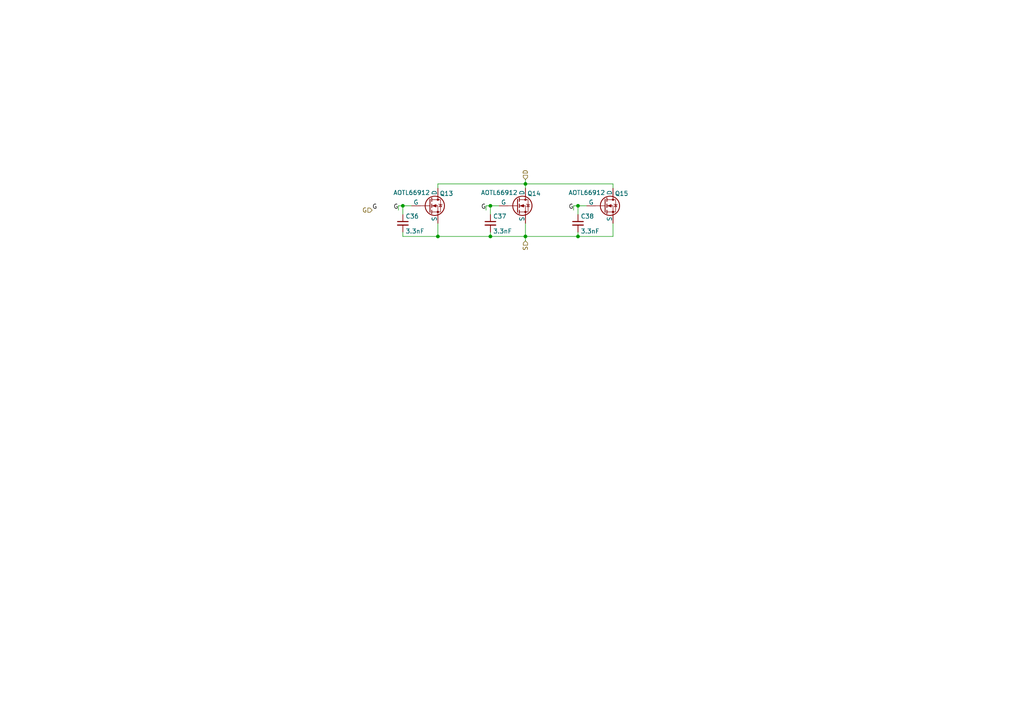
<source format=kicad_sch>
(kicad_sch (version 20231120) (generator "eeschema") (generator_version "8.0")
  (paper "A4")
  (lib_symbols
    (symbol "Device:C_Small" (pin_numbers hide) (pin_names (offset 0.254) hide)
      (property "Reference" "C" (at 0.254 1.778 0))
      (property "Value" "C_Small" (at 0.254 -2.032 0))
      (symbol "C_Small_0_1"
        (polyline (pts (xy -1.524 -0.508) (xy 1.524 -0.508)) (stroke (width 0.3302)))
        (polyline (pts (xy -1.524 0.508) (xy 1.524 0.508)) (stroke (width 0.3048)))
      )
      (symbol "C_Small_1_1"
        (pin passive line (at 0 2.54 270) (length 2.032) (name "~") (number "1"))
        (pin passive line (at 0 -2.54 90) (length 2.032) (name "~") (number "2"))
      )
    )
    (symbol "Marijn:AOTL66912" (pin_numbers hide) (pin_names (offset 0))
      (property "Reference" "Q" (at 5.08 1.27 0))
      (property "Value" "AOTL66912" (at 5.08 -1.27 0))
      (symbol "AOTL66912_0_1"
        (polyline (pts (xy 0.254 0) (xy -2.54 0)))
        (polyline (pts (xy 0.254 1.905) (xy 0.254 -1.905)) (stroke (width 0.254)))
        (polyline (pts (xy 0.762 -1.27) (xy 0.762 -2.286)) (stroke (width 0.254)))
        (polyline (pts (xy 0.762 0.508) (xy 0.762 -0.508)) (stroke (width 0.254)))
        (polyline (pts (xy 0.762 2.286) (xy 0.762 1.27)) (stroke (width 0.254)))
        (polyline (pts (xy 2.54 2.54) (xy 2.54 1.778)))
        (polyline (pts (xy 2.54 -2.54) (xy 2.54 0) (xy 0.762 0)))
        (polyline (pts (xy 0.762 -1.778) (xy 3.302 -1.778) (xy 3.302 1.778) (xy 0.762 1.778)))
        (polyline (pts (xy 1.016 0) (xy 2.032 0.381) (xy 2.032 -0.381) (xy 1.016 0)) (fill (type outline)))
        (polyline (pts (xy 2.794 0.508) (xy 2.921 0.381) (xy 3.683 0.381) (xy 3.81 0.254)))
        (polyline (pts (xy 3.302 0.381) (xy 2.921 -0.254) (xy 3.683 -0.254) (xy 3.302 0.381)))
        (circle (center 1.651 0) (radius 2.794) (stroke (width 0.254)))
        (circle (center 2.54 -1.778) (radius 0.254) (fill (type outline)))
        (circle (center 2.54 1.778) (radius 0.254) (fill (type outline)))
      )
      (symbol "AOTL66912_1_1"
        (pin input line (at -5.08 0 0) (length 2.54) (name "G") (number "1"))
        (pin passive line (at 2.54 -5.08 90) (length 2.54) (name "S") (number "2"))
        (pin passive line (at 2.54 5.08 270) (length 2.54) (name "D") (number "3"))
      )
    )
  )
  (junction (at 127 68.58))
  (junction (at 116.84 59.69))
  (junction (at 142.24 59.69))
  (junction (at 167.64 59.69))
  (junction (at 167.64 68.58))
  (junction (at 152.4 53.34))
  (junction (at 152.4 68.58))
  (junction (at 142.24 68.58))
  (wire (pts (xy 177.8 64.77) (xy 177.8 68.58)))
  (wire (pts (xy 167.64 68.58) (xy 167.64 67.31)))
  (wire (pts (xy 116.84 59.69) (xy 116.84 62.23)))
  (wire (pts (xy 140.97 60.96) (xy 140.97 59.69)))
  (wire (pts (xy 166.37 60.96) (xy 166.37 59.69)))
  (wire (pts (xy 142.24 62.23) (xy 142.24 59.69)))
  (wire (pts (xy 116.84 68.58) (xy 127 68.58)))
  (wire (pts (xy 152.4 68.58) (xy 142.24 68.58)))
  (wire (pts (xy 116.84 59.69) (xy 119.38 59.69)))
  (wire (pts (xy 152.4 53.34) (xy 152.4 54.61)))
  (wire (pts (xy 177.8 68.58) (xy 167.64 68.58)))
  (wire (pts (xy 152.4 53.34) (xy 177.8 53.34)))
  (wire (pts (xy 167.64 62.23) (xy 167.64 59.69)))
  (wire (pts (xy 116.84 67.31) (xy 116.84 68.58)))
  (wire (pts (xy 142.24 68.58) (xy 142.24 67.31)))
  (wire (pts (xy 167.64 59.69) (xy 170.18 59.69)))
  (wire (pts (xy 152.4 52.07) (xy 152.4 53.34)))
  (wire (pts (xy 177.8 53.34) (xy 177.8 54.61)))
  (wire (pts (xy 140.97 59.69) (xy 142.24 59.69)))
  (wire (pts (xy 127 68.58) (xy 142.24 68.58)))
  (wire (pts (xy 152.4 68.58) (xy 152.4 64.77)))
  (wire (pts (xy 144.78 59.69) (xy 142.24 59.69)))
  (wire (pts (xy 152.4 69.85) (xy 152.4 68.58)))
  (wire (pts (xy 115.57 59.69) (xy 116.84 59.69)))
  (wire (pts (xy 152.4 68.58) (xy 167.64 68.58)))
  (wire (pts (xy 166.37 59.69) (xy 167.64 59.69)))
  (wire (pts (xy 127 64.77) (xy 127 68.58)))
  (wire (pts (xy 115.57 60.96) (xy 115.57 59.69)))
  (wire (pts (xy 127 53.34) (xy 127 54.61)))
  (wire (pts (xy 152.4 53.34) (xy 127 53.34)))
  (label "G" (at 140.97 60.96 180))
  (label "G" (at 166.37 60.96 180))
  (label "G" (at 115.57 60.96 180))
  (label "G" (at 107.95 60.96 0))
  (hierarchical_label "S" (shape input) (at 152.4 69.85 270))
  (hierarchical_label "G" (shape input) (at 107.95 60.96 180))
  (hierarchical_label "D" (shape input) (at 152.4 52.07 90))
  (symbol (lib_id "Device:C_Small") (at 116.84 64.77 0) (unit 1)
    (property "Reference" "C24" (at 117.602 62.738 0) (effects (justify left)))
    (property "Value" "3.3nF" (at 117.602 67.056 0) (effects (justify left)))
    (property "Footprint" "Capacitor_SMD:C_0805_2012Metric" (effects (hide yes)))
    (property "Description" "Unpolarized capacitor, small symbol" (effects (hide yes)))
    (instances (project "BLDC_driver" (path "" (reference "C36") (unit 1)) (path "" (reference "C30") (unit 1)) (path "" (reference "C33") (unit 1)) (path "" (reference "C39") (unit 1)) (path "" (reference "C27") (unit 1)) (path "" (reference "C24") (unit 1))))
  )
  (symbol (lib_id "Marijn:AOTL66912") (at 149.86 59.69 0) (unit 1)
    (property "Reference" "Q2" (at 152.908 56.134 0) (effects (justify left)))
    (property "Value" "AOTL66912" (at 139.446 55.88 0) (effects (justify left)))
    (property "Footprint" "Package_TO_SOT_SMD:Infineon_PG-HSOF-8-1_ThermalVias" (effects (hide yes)))
    (property "Description" "N-MOSFET transistor, drain/source/gate" (effects (hide yes)))
    (property "Sim.Device" "NMOS" (effects (hide yes)))
    (instances (project "BLDC_driver" (path "" (reference "Q14") (unit 1)) (path "" (reference "Q8") (unit 1)) (path "" (reference "Q11") (unit 1)) (path "" (reference "Q17") (unit 1)) (path "" (reference "Q5") (unit 1)) (path "" (reference "Q2") (unit 1))))
  )
  (symbol (lib_id "Marijn:AOTL66912") (at 175.26 59.69 0) (unit 1)
    (property "Reference" "Q3" (at 178.308 56.134 0) (effects (justify left)))
    (property "Value" "AOTL66912" (at 164.846 55.88 0) (effects (justify left)))
    (property "Footprint" "Package_TO_SOT_SMD:Infineon_PG-HSOF-8-1_ThermalVias" (effects (hide yes)))
    (property "Description" "N-MOSFET transistor, drain/source/gate" (effects (hide yes)))
    (property "Sim.Device" "NMOS" (effects (hide yes)))
    (instances (project "BLDC_driver" (path "" (reference "Q15") (unit 1)) (path "" (reference "Q9") (unit 1)) (path "" (reference "Q12") (unit 1)) (path "" (reference "Q18") (unit 1)) (path "" (reference "Q6") (unit 1)) (path "" (reference "Q3") (unit 1))))
  )
  (symbol (lib_id "Device:C_Small") (at 142.24 64.77 0) (unit 1)
    (property "Reference" "C25" (at 143.002 62.738 0) (effects (justify left)))
    (property "Value" "3.3nF" (at 143.002 67.056 0) (effects (justify left)))
    (property "Footprint" "Capacitor_SMD:C_0805_2012Metric" (effects (hide yes)))
    (property "Description" "Unpolarized capacitor, small symbol" (effects (hide yes)))
    (instances (project "BLDC_driver" (path "" (reference "C37") (unit 1)) (path "" (reference "C31") (unit 1)) (path "" (reference "C34") (unit 1)) (path "" (reference "C40") (unit 1)) (path "" (reference "C28") (unit 1)) (path "" (reference "C25") (unit 1))))
  )
  (symbol (lib_id "Device:C_Small") (at 167.64 64.77 0) (unit 1)
    (property "Reference" "C26" (at 168.402 62.738 0) (effects (justify left)))
    (property "Value" "3.3nF" (at 168.402 67.056 0) (effects (justify left)))
    (property "Footprint" "Capacitor_SMD:C_0805_2012Metric" (effects (hide yes)))
    (property "Description" "Unpolarized capacitor, small symbol" (effects (hide yes)))
    (instances (project "BLDC_driver" (path "" (reference "C38") (unit 1)) (path "" (reference "C32") (unit 1)) (path "" (reference "C35") (unit 1)) (path "" (reference "C41") (unit 1)) (path "" (reference "C29") (unit 1)) (path "" (reference "C26") (unit 1))))
  )
  (symbol (lib_id "Marijn:AOTL66912") (at 124.46 59.69 0) (unit 1)
    (property "Reference" "Q1" (at 127.508 56.134 0) (effects (justify left)))
    (property "Value" "AOTL66912" (at 114.046 55.88 0) (effects (justify left)))
    (property "Footprint" "Package_TO_SOT_SMD:Infineon_PG-HSOF-8-1_ThermalVias" (effects (hide yes)))
    (property "Description" "N-MOSFET transistor, drain/source/gate" (effects (hide yes)))
    (property "Sim.Device" "NMOS" (effects (hide yes)))
    (instances (project "BLDC_driver" (path "" (reference "Q13") (unit 1)) (path "" (reference "Q7") (unit 1)) (path "" (reference "Q10") (unit 1)) (path "" (reference "Q16") (unit 1)) (path "" (reference "Q4") (unit 1)) (path "" (reference "Q1") (unit 1))))
  )
)
</source>
